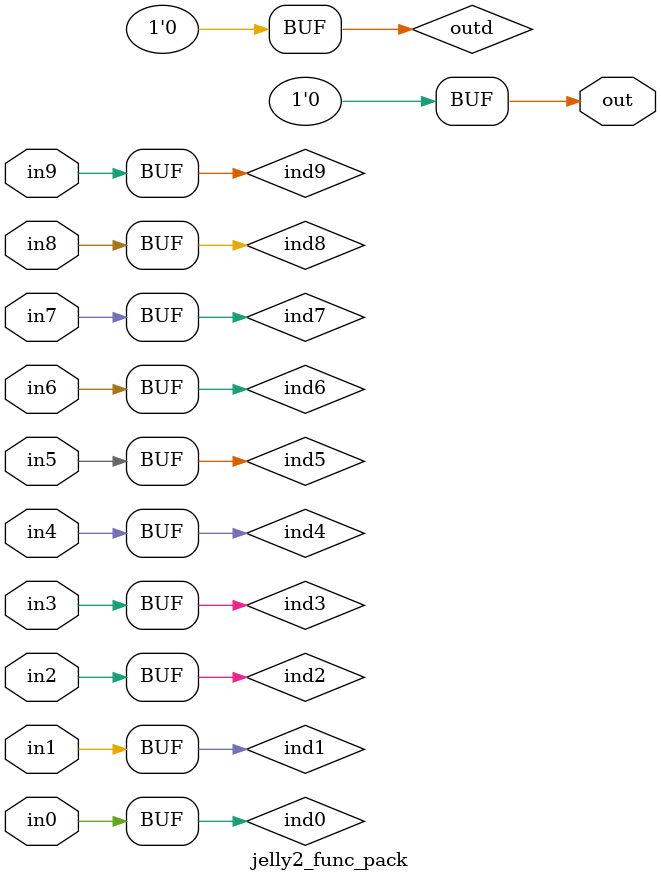
<source format=sv>



`timescale 1ns / 1ps
`default_nettype none


module jelly2_func_pack
        #(
            parameter   int     N  = 1,
            parameter   int     W0 = 0,
            parameter   int     W1 = 0,
            parameter   int     W2 = 0,
            parameter   int     W3 = 0,
            parameter   int     W4 = 0,
            parameter   int     W5 = 0,
            parameter   int     W6 = 0,
            parameter   int     W7 = 0,
            parameter   int     W8 = 0,
            parameter   int     W9 = 0,
            
            // local
            localparam  int     IN0_WIDTH = N * W0,
            localparam  int     IN1_WIDTH = N * W1,
            localparam  int     IN2_WIDTH = N * W2,
            localparam  int     IN3_WIDTH = N * W3,
            localparam  int     IN4_WIDTH = N * W4,
            localparam  int     IN5_WIDTH = N * W5,
            localparam  int     IN6_WIDTH = N * W6,
            localparam  int     IN7_WIDTH = N * W7,
            localparam  int     IN8_WIDTH = N * W8,
            localparam  int     IN9_WIDTH = N * W9,
            localparam  int     OUT_WIDTH = N * (W9 + W8 + W7 + W6 + W5 + W4 + W3 + W2 + W1 + W0),
            localparam  int     IN0_BITS = IN0_WIDTH > 0 ? IN0_WIDTH : 1,
            localparam  int     IN1_BITS = IN1_WIDTH > 0 ? IN1_WIDTH : 1,
            localparam  int     IN2_BITS = IN2_WIDTH > 0 ? IN2_WIDTH : 1,
            localparam  int     IN3_BITS = IN3_WIDTH > 0 ? IN3_WIDTH : 1,
            localparam  int     IN4_BITS = IN4_WIDTH > 0 ? IN4_WIDTH : 1,
            localparam  int     IN5_BITS = IN5_WIDTH > 0 ? IN5_WIDTH : 1,
            localparam  int     IN6_BITS = IN6_WIDTH > 0 ? IN6_WIDTH : 1,
            localparam  int     IN7_BITS = IN7_WIDTH > 0 ? IN7_WIDTH : 1,
            localparam  int     IN8_BITS = IN8_WIDTH > 0 ? IN8_WIDTH : 1,
            localparam  int     IN9_BITS = IN9_WIDTH > 0 ? IN9_WIDTH : 1,
            localparam  int     OUT_BITS = OUT_WIDTH > 0 ? OUT_WIDTH : 1
        )
        (
            input   wire    [IN0_BITS-1:0]  in0,
            input   wire    [IN1_BITS-1:0]  in1,
            input   wire    [IN2_BITS-1:0]  in2,
            input   wire    [IN3_BITS-1:0]  in3,
            input   wire    [IN4_BITS-1:0]  in4,
            input   wire    [IN5_BITS-1:0]  in5,
            input   wire    [IN6_BITS-1:0]  in6,
            input   wire    [IN7_BITS-1:0]  in7,
            input   wire    [IN8_BITS-1:0]  in8,
            input   wire    [IN9_BITS-1:0]  in9,
            output  wire    [OUT_BITS-1:0]  out
        );
    
    localparam  [IN0_BITS:0]  MASK0 = (1 << W0) - 1;
    localparam  [IN1_BITS:0]  MASK1 = (1 << W1) - 1;
    localparam  [IN2_BITS:0]  MASK2 = (1 << W2) - 1;
    localparam  [IN3_BITS:0]  MASK3 = (1 << W3) - 1;
    localparam  [IN4_BITS:0]  MASK4 = (1 << W4) - 1;
    localparam  [IN5_BITS:0]  MASK5 = (1 << W5) - 1;
    localparam  [IN6_BITS:0]  MASK6 = (1 << W6) - 1;
    localparam  [IN7_BITS:0]  MASK7 = (1 << W7) - 1;
    localparam  [IN8_BITS:0]  MASK8 = (1 << W8) - 1;
    localparam  [IN9_BITS:0]  MASK9 = (1 << W9) - 1;
    
    localparam IND0 = W0 > 0 ? W0 : 1;
    localparam IND1 = W1 > 0 ? W1 : 1;
    localparam IND2 = W2 > 0 ? W2 : 1;
    localparam IND3 = W3 > 0 ? W3 : 1;
    localparam IND4 = W4 > 0 ? W4 : 1;
    localparam IND5 = W5 > 0 ? W5 : 1;
    localparam IND6 = W6 > 0 ? W6 : 1;
    localparam IND7 = W7 > 0 ? W7 : 1;
    localparam IND8 = W8 > 0 ? W8 : 1;
    localparam IND9 = W9 > 0 ? W9 : 1;
    
    localparam OW   = W9 + W8 + W7 + W6 + W5 + W4 + W3 + W2 + W1 + W0;
    localparam OUTD = OW > 0 ? OW : 1;
    
    wire    [N*IND0-1:0]  ind0;
    wire    [N*IND1-1:0]  ind1;
    wire    [N*IND2-1:0]  ind2;
    wire    [N*IND3-1:0]  ind3;
    wire    [N*IND4-1:0]  ind4;
    wire    [N*IND5-1:0]  ind5;
    wire    [N*IND6-1:0]  ind6;
    wire    [N*IND7-1:0]  ind7;
    wire    [N*IND8-1:0]  ind8;
    wire    [N*IND9-1:0]  ind9;
    wire    [N*OUTD-1:0]  outd;
    
    assign ind0 = (N*IND0)'(in0);
    assign ind1 = (N*IND1)'(in1);
    assign ind2 = (N*IND2)'(in2);
    assign ind3 = (N*IND3)'(in3);
    assign ind4 = (N*IND4)'(in4);
    assign ind5 = (N*IND5)'(in5);
    assign ind6 = (N*IND6)'(in6);
    assign ind7 = (N*IND7)'(in7);
    assign ind8 = (N*IND8)'(in8);
    assign ind9 = (N*IND9)'(in9);
    assign out  = outd;
    
    
    genvar  i;
    generate
    for ( i = 0; i < N; i = i+1 ) begin : loop_pack
        assign outd[i*OUTD +: OUTD] = ((OUTD'(ind0[i*IND0 +: IND0]) & OUTD'(MASK0)) <<                          (0))
                                    | ((OUTD'(ind1[i*IND1 +: IND1]) & OUTD'(MASK1)) <<                         (W0))
                                    | ((OUTD'(ind2[i*IND2 +: IND2]) & OUTD'(MASK2)) <<                      (W1+W0))
                                    | ((OUTD'(ind3[i*IND3 +: IND3]) & OUTD'(MASK3)) <<                   (W2+W1+W0))
                                    | ((OUTD'(ind4[i*IND4 +: IND4]) & OUTD'(MASK4)) <<                (W3+W2+W1+W0))
                                    | ((OUTD'(ind5[i*IND5 +: IND5]) & OUTD'(MASK5)) <<             (W4+W3+W2+W1+W0))
                                    | ((OUTD'(ind6[i*IND6 +: IND6]) & OUTD'(MASK6)) <<          (W5+W4+W3+W2+W1+W0))
                                    | ((OUTD'(ind7[i*IND7 +: IND7]) & OUTD'(MASK7)) <<       (W6+W5+W4+W3+W2+W1+W0))
                                    | ((OUTD'(ind8[i*IND8 +: IND8]) & OUTD'(MASK8)) <<    (W7+W6+W5+W4+W3+W2+W1+W0))
                                    | ((OUTD'(ind9[i*IND9 +: IND9]) & OUTD'(MASK9)) << (W8+W7+W6+W5+W4+W3+W2+W1+W0));
    end
    endgenerate
    
endmodule


`default_nettype wire


// end of file

</source>
